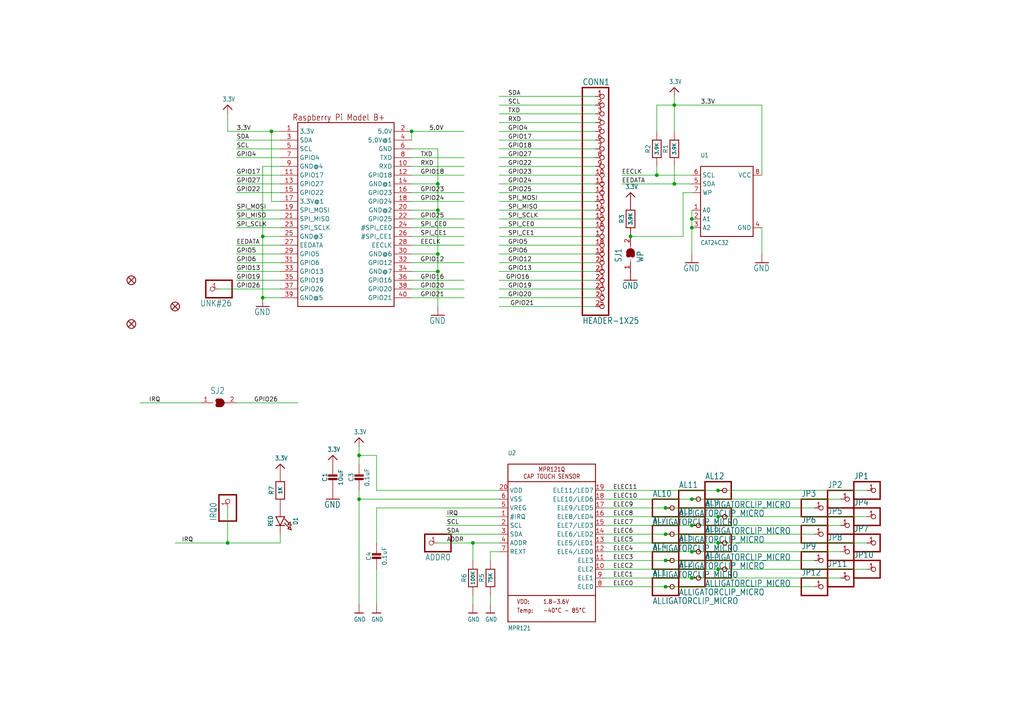
<source format=kicad_sch>
(kicad_sch (version 20230121) (generator eeschema)
  (paper "A4")
  (lib_symbols
    (symbol "working-eagle-import:3.3V" (power)
      (property "Value" "3.3V" (at -1.524 1.016 0))
      (symbol "3.3V_1_0"
        (polyline (pts (xy -1.27 -1.27) (xy 0 0)) (stroke (width 0.254)))
        (polyline (pts (xy 0 0) (xy 1.27 -1.27)) (stroke (width 0.254)))
        (pin power_in line (at 0 -2.54 90) (length 2.54) (name "3.3V") (number "1"))
      )
    )
    (symbol "working-eagle-import:ALLIGATORCLIP_MICRO"
      (property "Reference" "AL" (at -6.35 3.175 0))
      (symbol "ALLIGATORCLIP_MICRO_1_0"
        (polyline (pts (xy -6.35 -2.54) (xy 1.27 -2.54)) (stroke (width 0.4064)))
        (polyline (pts (xy -6.35 2.54) (xy -6.35 -2.54)) (stroke (width 0.4064)))
        (polyline (pts (xy 1.27 -2.54) (xy 1.27 2.54)) (stroke (width 0.4064)))
        (polyline (pts (xy 1.27 2.54) (xy -6.35 2.54)) (stroke (width 0.4064)))
        (pin passive inverted (at -2.54 0 0) (length 2.54) (name "1") (number "P$1"))
        (pin passive inverted (at -2.54 0 0) (length 2.54) (name "1") (number "P$2"))
      )
    )
    (symbol "working-eagle-import:CAP_CERAMIC0805-NOOUTLINE"
      (property "Reference" "C" (at -2.29 1.25 90))
      (symbol "CAP_CERAMIC0805-NOOUTLINE_1_0"
        (rectangle (start -1.27 0.508) (end 1.27 1.016) (fill (type outline)))
        (rectangle (start -1.27 1.524) (end 1.27 2.032) (fill (type outline)))
        (polyline (pts (xy 0 0.762) (xy 0 0)) (stroke (width 0.1524)))
        (polyline (pts (xy 0 2.54) (xy 0 1.778)) (stroke (width 0.1524)))
        (pin passive line (at 0 5.08 270) (length 2.54) (name "1") (number "1"))
        (pin passive line (at 0 -2.54 90) (length 2.54) (name "2") (number "2"))
      )
    )
    (symbol "working-eagle-import:EEPROM_I2C_SOIC8_GENERIC"
      (property "Reference" "U" (at -7.62 12.7 0))
      (symbol "EEPROM_I2C_SOIC8_GENERIC_1_0"
        (polyline (pts (xy -7.62 -10.16) (xy -7.62 10.16)) (stroke (width 0.254)))
        (polyline (pts (xy -7.62 10.16) (xy 7.62 10.16)) (stroke (width 0.254)))
        (polyline (pts (xy 7.62 -10.16) (xy -7.62 -10.16)) (stroke (width 0.254)))
        (polyline (pts (xy 7.62 10.16) (xy 7.62 -10.16)) (stroke (width 0.254)))
        (pin input line (at -10.16 -2.54 0) (length 2.54) (name "A0") (number "1"))
        (pin input line (at -10.16 -5.08 0) (length 2.54) (name "A1") (number "2"))
        (pin input line (at -10.16 -7.62 0) (length 2.54) (name "A2") (number "3"))
        (pin power_in line (at 10.16 -7.62 180) (length 2.54) (name "GND") (number "4"))
        (pin bidirectional line (at -10.16 5.08 0) (length 2.54) (name "SDA") (number "5"))
        (pin input line (at -10.16 7.62 0) (length 2.54) (name "SCL") (number "6"))
        (pin input line (at -10.16 2.54 0) (length 2.54) (name "WP") (number "7"))
        (pin power_in line (at 10.16 7.62 180) (length 2.54) (name "VCC") (number "8"))
      )
    )
    (symbol "working-eagle-import:FIDUCIAL{dblquote}{dblquote}"
      (symbol "FIDUCIAL{dblquote}{dblquote}_1_0"
        (polyline (pts (xy -0.762 0.762) (xy 0.762 -0.762)) (stroke (width 0.254)))
        (polyline (pts (xy 0.762 0.762) (xy -0.762 -0.762)) (stroke (width 0.254)))
        (circle (center 0 0) (radius 1.27) (stroke (width 0.254)))
      )
    )
    (symbol "working-eagle-import:GND" (power)
      (property "Value" "GND" (at -1.524 -2.54 0))
      (symbol "GND_1_0"
        (polyline (pts (xy -1.27 0) (xy 1.27 0)) (stroke (width 0.254)))
        (pin power_in line (at 0 2.54 270) (length 2.54) (name "GND") (number "1"))
      )
    )
    (symbol "working-eagle-import:HEADER-1X1ROUND"
      (property "Reference" "JP" (at -6.35 3.175 0))
      (symbol "HEADER-1X1ROUND_1_0"
        (polyline (pts (xy -6.35 -2.54) (xy 1.27 -2.54)) (stroke (width 0.4064)))
        (polyline (pts (xy -6.35 2.54) (xy -6.35 -2.54)) (stroke (width 0.4064)))
        (polyline (pts (xy 1.27 -2.54) (xy 1.27 2.54)) (stroke (width 0.4064)))
        (polyline (pts (xy 1.27 2.54) (xy -6.35 2.54)) (stroke (width 0.4064)))
        (pin passive inverted (at -2.54 0 0) (length 2.54) (name "1") (number "1"))
      )
    )
    (symbol "working-eagle-import:HEADER-1X25"
      (property "Reference" "CONN" (at -3.81 33.655 0))
      (symbol "HEADER-1X25_1_0"
        (polyline (pts (xy -3.81 -33.02) (xy 3.81 -33.02)) (stroke (width 0.4064)))
        (polyline (pts (xy -3.81 33.02) (xy -3.81 -33.02)) (stroke (width 0.4064)))
        (polyline (pts (xy 3.81 -33.02) (xy 3.81 33.02)) (stroke (width 0.4064)))
        (polyline (pts (xy 3.81 33.02) (xy -3.81 33.02)) (stroke (width 0.4064)))
        (pin passive inverted (at 0 30.48 0) (length 2.54) (name "1") (number "1"))
        (pin passive inverted (at 0 7.62 0) (length 2.54) (name "10") (number "10"))
        (pin passive inverted (at 0 5.08 0) (length 2.54) (name "11") (number "11"))
        (pin passive inverted (at 0 2.54 0) (length 2.54) (name "12") (number "12"))
        (pin passive inverted (at 0 0 0) (length 2.54) (name "13") (number "13"))
        (pin passive inverted (at 0 -2.54 0) (length 2.54) (name "14") (number "14"))
        (pin passive inverted (at 0 -5.08 0) (length 2.54) (name "15") (number "15"))
        (pin passive inverted (at 0 -7.62 0) (length 2.54) (name "16") (number "16"))
        (pin passive inverted (at 0 -10.16 0) (length 2.54) (name "17") (number "17"))
        (pin passive inverted (at 0 -12.7 0) (length 2.54) (name "18") (number "18"))
        (pin passive inverted (at 0 -15.24 0) (length 2.54) (name "19") (number "19"))
        (pin passive inverted (at 0 27.94 0) (length 2.54) (name "2") (number "2"))
        (pin passive inverted (at 0 -17.78 0) (length 2.54) (name "20") (number "20"))
        (pin passive inverted (at 0 -20.32 0) (length 2.54) (name "21") (number "21"))
        (pin passive inverted (at 0 -22.86 0) (length 2.54) (name "22") (number "22"))
        (pin passive inverted (at 0 -25.4 0) (length 2.54) (name "23") (number "23"))
        (pin passive inverted (at 0 -27.94 0) (length 2.54) (name "24") (number "24"))
        (pin passive inverted (at 0 -30.48 0) (length 2.54) (name "25") (number "25"))
        (pin passive inverted (at 0 25.4 0) (length 2.54) (name "3") (number "3"))
        (pin passive inverted (at 0 22.86 0) (length 2.54) (name "4") (number "4"))
        (pin passive inverted (at 0 20.32 0) (length 2.54) (name "5") (number "5"))
        (pin passive inverted (at 0 17.78 0) (length 2.54) (name "6") (number "6"))
        (pin passive inverted (at 0 15.24 0) (length 2.54) (name "7") (number "7"))
        (pin passive inverted (at 0 12.7 0) (length 2.54) (name "8") (number "8"))
        (pin passive inverted (at 0 10.16 0) (length 2.54) (name "9") (number "9"))
      )
    )
    (symbol "working-eagle-import:LED0805_NOOUTLINE"
      (property "Reference" "D" (at -1.27 4.445 0))
      (symbol "LED0805_NOOUTLINE_1_0"
        (polyline (pts (xy -2.54 -1.27) (xy 0 0)) (stroke (width 0.254)))
        (polyline (pts (xy -2.54 1.27) (xy -2.54 -1.27)) (stroke (width 0.254)))
        (polyline (pts (xy -1.905 1.27) (xy -0.635 2.54)) (stroke (width 0.254)))
        (polyline (pts (xy -0.9525 2.8575) (xy -0.3175 2.2225)) (stroke (width 0.254)))
        (polyline (pts (xy -0.635 1.27) (xy 0.635 2.54)) (stroke (width 0.254)))
        (polyline (pts (xy -0.3175 2.2225) (xy 0 3.175)) (stroke (width 0.254)))
        (polyline (pts (xy 0 0) (xy -2.54 1.27)) (stroke (width 0.254)))
        (polyline (pts (xy 0 0) (xy 0 -1.27)) (stroke (width 0.254)))
        (polyline (pts (xy 0 1.27) (xy 0 0)) (stroke (width 0.254)))
        (polyline (pts (xy 0 3.175) (xy -0.9525 2.8575)) (stroke (width 0.254)))
        (polyline (pts (xy 0.3175 2.8575) (xy 0.9525 2.2225)) (stroke (width 0.254)))
        (polyline (pts (xy 0.9525 2.2225) (xy 1.27 3.175)) (stroke (width 0.254)))
        (polyline (pts (xy 1.27 3.175) (xy 0.3175 2.8575)) (stroke (width 0.254)))
        (pin passive line (at -5.08 0 0) (length 2.54) (name "A") (number "A"))
        (pin passive line (at 2.54 0 180) (length 2.54) (name "C") (number "C"))
      )
    )
    (symbol "working-eagle-import:MPR121Q"
      (property "Reference" "U" (at -12.7 22.86 0))
      (symbol "MPR121Q_1_0"
        (polyline (pts (xy -12.7 -25.4) (xy 12.7 -25.4)) (stroke (width 0.254)))
        (polyline (pts (xy -12.7 -17.78) (xy -12.7 -25.4)) (stroke (width 0.254)))
        (polyline (pts (xy -12.7 -17.78) (xy -12.7 15.24)) (stroke (width 0.254)))
        (polyline (pts (xy -12.7 15.24) (xy -12.7 20.32)) (stroke (width 0.254)))
        (polyline (pts (xy -12.7 15.24) (xy 12.7 15.24)) (stroke (width 0.254)))
        (polyline (pts (xy -12.7 20.32) (xy 12.7 20.32)) (stroke (width 0.254)))
        (polyline (pts (xy 12.7 -25.4) (xy 12.7 -17.78)) (stroke (width 0.254)))
        (polyline (pts (xy 12.7 -17.78) (xy -12.7 -17.78)) (stroke (width 0.254)))
        (polyline (pts (xy 12.7 15.24) (xy 12.7 -17.78)) (stroke (width 0.254)))
        (polyline (pts (xy 12.7 20.32) (xy 12.7 15.24)) (stroke (width 0.254)))
        (text "-40°C - 85°C" (at -2.54 -22.86 0) (effects (font (size 1.27 1.0795)) (justify left bottom)))
        (text "1.8-3.6V" (at -2.54 -20.32 0) (effects (font (size 1.27 1.0795)) (justify left bottom)))
        (text "MPR121Q\nCAP TOUCH SENSOR" (at 0 17.78 0) (effects (font (size 1.27 1.0795))))
        (text "Temp:" (at -10.16 -22.86 0) (effects (font (size 1.27 1.0795)) (justify left bottom)))
        (text "VDD:" (at -10.16 -20.32 0) (effects (font (size 1.27 1.0795)) (justify left bottom)))
        (pin bidirectional line (at -15.24 5.08 0) (length 2.54) (name "#IRQ") (number "1"))
        (pin bidirectional line (at 15.24 -10.16 180) (length 2.54) (name "ELE2") (number "10"))
        (pin bidirectional line (at 15.24 -7.62 180) (length 2.54) (name "ELE3") (number "11"))
        (pin bidirectional line (at 15.24 -5.08 180) (length 2.54) (name "ELE4/LED0") (number "12"))
        (pin bidirectional line (at 15.24 -2.54 180) (length 2.54) (name "ELE5/LED1") (number "13"))
        (pin bidirectional line (at 15.24 0 180) (length 2.54) (name "ELE6/LED2") (number "14"))
        (pin bidirectional line (at 15.24 2.54 180) (length 2.54) (name "ELE7/LED3") (number "15"))
        (pin bidirectional line (at 15.24 5.08 180) (length 2.54) (name "ELE8/LED4") (number "16"))
        (pin bidirectional line (at 15.24 7.62 180) (length 2.54) (name "ELE9/LED5") (number "17"))
        (pin bidirectional line (at 15.24 10.16 180) (length 2.54) (name "ELE10/LED6") (number "18"))
        (pin bidirectional line (at 15.24 12.7 180) (length 2.54) (name "ELE11/LED7") (number "19"))
        (pin bidirectional line (at -15.24 2.54 0) (length 2.54) (name "SCL") (number "2"))
        (pin power_in line (at -15.24 12.7 0) (length 2.54) (name "VDD") (number "20"))
        (pin bidirectional line (at -15.24 0 0) (length 2.54) (name "SDA") (number "3"))
        (pin bidirectional line (at -15.24 -2.54 0) (length 2.54) (name "ADDR") (number "4"))
        (pin bidirectional line (at -15.24 7.62 0) (length 2.54) (name "VREG") (number "5"))
        (pin power_in line (at -15.24 10.16 0) (length 2.54) (name "VSS") (number "6"))
        (pin bidirectional line (at -15.24 -5.08 0) (length 2.54) (name "REXT") (number "7"))
        (pin bidirectional line (at 15.24 -15.24 180) (length 2.54) (name "ELE0") (number "8"))
        (pin bidirectional line (at 15.24 -12.7 180) (length 2.54) (name "ELE1") (number "9"))
      )
    )
    (symbol "working-eagle-import:RASPBERRYPI_BPLUS_HATSLOTS"
      (symbol "RASPBERRYPI_BPLUS_HATSLOTS_1_0"
        (polyline (pts (xy -12.7 -30.48) (xy -12.7 22.86)) (stroke (width 0.254)))
        (polyline (pts (xy -12.7 22.86) (xy 15.24 22.86)) (stroke (width 0.254)))
        (polyline (pts (xy 15.24 -30.48) (xy -12.7 -30.48)) (stroke (width 0.254)))
        (polyline (pts (xy 15.24 22.86) (xy 15.24 -30.48)) (stroke (width 0.254)))
        (text "Raspberry Pi Model B+" (at 12.7 25.4 0) (effects (font (size 1.778 1.5113)) (justify right top)))
        (pin power_in line (at -17.78 20.32 0) (length 5.08) (name "3.3V") (number "1"))
        (pin bidirectional line (at 20.32 10.16 180) (length 5.08) (name "RXD") (number "10"))
        (pin bidirectional line (at -17.78 7.62 0) (length 5.08) (name "GPIO17") (number "11"))
        (pin bidirectional line (at 20.32 7.62 180) (length 5.08) (name "GPIO18") (number "12"))
        (pin bidirectional line (at -17.78 5.08 0) (length 5.08) (name "GPIO27") (number "13"))
        (pin power_in line (at 20.32 5.08 180) (length 5.08) (name "GND@1") (number "14"))
        (pin bidirectional line (at -17.78 2.54 0) (length 5.08) (name "GPIO22") (number "15"))
        (pin bidirectional line (at 20.32 2.54 180) (length 5.08) (name "GPIO23") (number "16"))
        (pin power_in line (at -17.78 0 0) (length 5.08) (name "3.3V@1") (number "17"))
        (pin bidirectional line (at 20.32 0 180) (length 5.08) (name "GPIO24") (number "18"))
        (pin bidirectional line (at -17.78 -2.54 0) (length 5.08) (name "SPI_MOSI") (number "19"))
        (pin power_in line (at 20.32 20.32 180) (length 5.08) (name "5.0V") (number "2"))
        (pin power_in line (at 20.32 -2.54 180) (length 5.08) (name "GND@2") (number "20"))
        (pin bidirectional line (at -17.78 -5.08 0) (length 5.08) (name "SPI_MISO") (number "21"))
        (pin bidirectional line (at 20.32 -5.08 180) (length 5.08) (name "GPIO25") (number "22"))
        (pin bidirectional line (at -17.78 -7.62 0) (length 5.08) (name "SPI_SCLK") (number "23"))
        (pin bidirectional line (at 20.32 -7.62 180) (length 5.08) (name "#SPI_CE0") (number "24"))
        (pin power_in line (at -17.78 -10.16 0) (length 5.08) (name "GND@3") (number "25"))
        (pin bidirectional line (at 20.32 -10.16 180) (length 5.08) (name "#SPI_CE1") (number "26"))
        (pin bidirectional line (at -17.78 -12.7 0) (length 5.08) (name "EEDATA") (number "27"))
        (pin power_in line (at 20.32 -12.7 180) (length 5.08) (name "EECLK") (number "28"))
        (pin bidirectional line (at -17.78 -15.24 0) (length 5.08) (name "GPIO5") (number "29"))
        (pin bidirectional line (at -17.78 17.78 0) (length 5.08) (name "SDA") (number "3"))
        (pin bidirectional line (at 20.32 -15.24 180) (length 5.08) (name "GND@6") (number "30"))
        (pin power_in line (at -17.78 -17.78 0) (length 5.08) (name "GPIO6") (number "31"))
        (pin bidirectional line (at 20.32 -17.78 180) (length 5.08) (name "GPIO12") (number "32"))
        (pin bidirectional line (at -17.78 -20.32 0) (length 5.08) (name "GPIO13") (number "33"))
        (pin bidirectional line (at 20.32 -20.32 180) (length 5.08) (name "GND@7") (number "34"))
        (pin bidirectional line (at -17.78 -22.86 0) (length 5.08) (name "GPIO19") (number "35"))
        (pin power_in line (at 20.32 -22.86 180) (length 5.08) (name "GPIO16") (number "36"))
        (pin bidirectional line (at -17.78 -25.4 0) (length 5.08) (name "GPIO26") (number "37"))
        (pin bidirectional line (at 20.32 -25.4 180) (length 5.08) (name "GPIO20") (number "38"))
        (pin power_in line (at -17.78 -27.94 0) (length 5.08) (name "GND@5") (number "39"))
        (pin power_in line (at 20.32 17.78 180) (length 5.08) (name "5.0V@1") (number "4"))
        (pin bidirectional line (at 20.32 -27.94 180) (length 5.08) (name "GPIO21") (number "40"))
        (pin bidirectional line (at -17.78 15.24 0) (length 5.08) (name "SCL") (number "5"))
        (pin power_in line (at 20.32 15.24 180) (length 5.08) (name "GND") (number "6"))
        (pin bidirectional line (at -17.78 12.7 0) (length 5.08) (name "GPIO4") (number "7"))
        (pin output line (at 20.32 12.7 180) (length 5.08) (name "TXD") (number "8"))
        (pin power_in line (at -17.78 10.16 0) (length 5.08) (name "GND@4") (number "9"))
      )
    )
    (symbol "working-eagle-import:RESISTOR0805_NOOUTLINE"
      (property "Reference" "R" (at 0 2.54 0))
      (symbol "RESISTOR0805_NOOUTLINE_1_0"
        (polyline (pts (xy -2.54 -1.27) (xy -2.54 1.27)) (stroke (width 0.254)))
        (polyline (pts (xy -2.54 1.27) (xy 2.54 1.27)) (stroke (width 0.254)))
        (polyline (pts (xy 2.54 -1.27) (xy -2.54 -1.27)) (stroke (width 0.254)))
        (polyline (pts (xy 2.54 1.27) (xy 2.54 -1.27)) (stroke (width 0.254)))
        (pin passive line (at -5.08 0 0) (length 2.54) (name "1") (number "1"))
        (pin passive line (at 5.08 0 180) (length 2.54) (name "2") (number "2"))
      )
    )
    (symbol "working-eagle-import:SOLDERJUMPER_CLOSED"
      (property "Reference" "SJ" (at -2.54 2.54 0))
      (symbol "SOLDERJUMPER_CLOSED_1_0"
        (arc (start -0.381 -0.635) (mid 0.2541 -0.0001) (end -0.3808 0.635) (stroke (width 1.27)))
        (polyline (pts (xy -2.54 0) (xy -1.651 0)) (stroke (width 0.1524)))
        (polyline (pts (xy -0.635 0) (xy 0.635 0)) (stroke (width 0.4064)))
        (polyline (pts (xy 2.54 0) (xy 1.651 0)) (stroke (width 0.1524)))
        (arc (start 0.3808 -0.635) (mid 1.0132 -0.0001) (end 0.381 0.635) (stroke (width 1.27)))
        (pin passive line (at -5.08 0 0) (length 2.54) (name "1") (number "1"))
        (pin passive line (at 5.08 0 180) (length 2.54) (name "2") (number "2"))
      )
    )
    (symbol "working-eagle-import:supply1_GND" (power)
      (property "Value" "supply1_GND" (at -2.54 -2.54 0))
      (symbol "supply1_GND_1_0"
        (polyline (pts (xy -1.905 0) (xy 1.905 0)) (stroke (width 0.254)))
        (pin power_in line (at 0 2.54 270) (length 2.54) (name "GND") (number "1"))
      )
    )
  )
  (junction (at 208.28 142.24))
  (junction (at 208.28 149.86))
  (junction (at 195.58 53.34))
  (junction (at 208.28 157.48))
  (junction (at 76.2 86.36))
  (junction (at 200.66 66.04))
  (junction (at 104.14 132.08))
  (junction (at 127 60.96))
  (junction (at 190.5 50.8))
  (junction (at 78.74 38.1))
  (junction (at 119.38 38.1))
  (junction (at 127 73.66))
  (junction (at 127 78.74))
  (junction (at 76.2 68.58))
  (junction (at 182.88 68.58))
  (junction (at 208.28 165.1))
  (junction (at 193.04 162.56))
  (junction (at 200.66 160.02))
  (junction (at 200.66 152.4))
  (junction (at 193.04 154.94))
  (junction (at 200.66 144.78))
  (junction (at 137.16 157.48))
  (junction (at 104.14 144.78))
  (junction (at 200.66 63.5))
  (junction (at 66.04 157.48))
  (junction (at 193.04 147.32))
  (junction (at 200.66 167.64))
  (junction (at 127 53.34))
  (junction (at 193.04 170.18))
  (junction (at 195.58 30.48))
  (wire (pts (xy 144.78 160.02) (xy 142.24 160.02)) (stroke (width 0.1524)))
  (wire (pts (xy 220.98 66.04) (xy 220.98 73.66)) (stroke (width 0.1524)))
  (wire (pts (xy 172.72 45.72) (xy 144.78 45.72)) (stroke (width 0.1524)))
  (wire (pts (xy 68.58 76.2) (xy 81.28 76.2)) (stroke (width 0.1524)))
  (wire (pts (xy 175.26 167.64) (xy 200.66 167.64)) (stroke (width 0.1524)))
  (wire (pts (xy 119.38 53.34) (xy 127 53.34)) (stroke (width 0.1524)))
  (wire (pts (xy 68.58 73.66) (xy 81.28 73.66)) (stroke (width 0.1524)))
  (wire (pts (xy 195.58 53.34) (xy 200.66 53.34)) (stroke (width 0.1524)))
  (wire (pts (xy 134.62 48.26) (xy 119.38 48.26)) (stroke (width 0.1524)))
  (wire (pts (xy 68.58 78.74) (xy 81.28 78.74)) (stroke (width 0.1524)))
  (wire (pts (xy 200.66 60.96) (xy 200.66 63.5)) (stroke (width 0.1524)))
  (wire (pts (xy 81.28 40.64) (xy 68.58 40.64)) (stroke (width 0.1524)))
  (wire (pts (xy 119.38 55.88) (xy 134.62 55.88)) (stroke (width 0.1524)))
  (wire (pts (xy 208.28 142.24) (xy 251.46 142.24)) (stroke (width 0.1524)))
  (wire (pts (xy 175.26 144.78) (xy 200.66 144.78)) (stroke (width 0.1524)))
  (wire (pts (xy 119.38 66.04) (xy 134.62 66.04)) (stroke (width 0.1524)))
  (wire (pts (xy 63.5 83.82) (xy 81.28 83.82)) (stroke (width 0.1524)))
  (wire (pts (xy 193.04 170.18) (xy 236.22 170.18)) (stroke (width 0.1524)))
  (wire (pts (xy 172.72 50.8) (xy 144.78 50.8)) (stroke (width 0.1524)))
  (wire (pts (xy 144.78 157.48) (xy 137.16 157.48)) (stroke (width 0.1524)))
  (wire (pts (xy 175.26 165.1) (xy 208.28 165.1)) (stroke (width 0.1524)))
  (wire (pts (xy 200.66 152.4) (xy 243.84 152.4)) (stroke (width 0.1524)))
  (wire (pts (xy 78.74 58.42) (xy 78.74 38.1)) (stroke (width 0.1524)))
  (wire (pts (xy 119.38 71.12) (xy 134.62 71.12)) (stroke (width 0.1524)))
  (wire (pts (xy 175.26 160.02) (xy 200.66 160.02)) (stroke (width 0.1524)))
  (wire (pts (xy 251.46 149.86) (xy 208.28 149.86)) (stroke (width 0.1524)))
  (wire (pts (xy 137.16 172.72) (xy 137.16 175.26)) (stroke (width 0.1524)))
  (wire (pts (xy 172.72 66.04) (xy 144.78 66.04)) (stroke (width 0.1524)))
  (wire (pts (xy 104.14 132.08) (xy 104.14 129.54)) (stroke (width 0.1524)))
  (wire (pts (xy 119.38 38.1) (xy 134.62 38.1)) (stroke (width 0.1524)))
  (wire (pts (xy 81.28 86.36) (xy 76.2 86.36)) (stroke (width 0.1524)))
  (wire (pts (xy 195.58 30.48) (xy 190.5 30.48)) (stroke (width 0.1524)))
  (wire (pts (xy 172.72 60.96) (xy 144.78 60.96)) (stroke (width 0.1524)))
  (wire (pts (xy 119.38 63.5) (xy 134.62 63.5)) (stroke (width 0.1524)))
  (wire (pts (xy 144.78 40.64) (xy 172.72 40.64)) (stroke (width 0.1524)))
  (wire (pts (xy 220.98 50.8) (xy 220.98 30.48)) (stroke (width 0.1524)))
  (wire (pts (xy 119.38 83.82) (xy 134.62 83.82)) (stroke (width 0.1524)))
  (wire (pts (xy 68.58 81.28) (xy 81.28 81.28)) (stroke (width 0.1524)))
  (wire (pts (xy 109.22 165.1) (xy 109.22 175.26)) (stroke (width 0.1524)))
  (wire (pts (xy 144.78 152.4) (xy 129.54 152.4)) (stroke (width 0.1524)))
  (wire (pts (xy 109.22 142.24) (xy 109.22 132.08)) (stroke (width 0.1524)))
  (wire (pts (xy 198.12 55.88) (xy 200.66 55.88)) (stroke (width 0.1524)))
  (wire (pts (xy 76.2 48.26) (xy 81.28 48.26)) (stroke (width 0.1524)))
  (wire (pts (xy 200.66 50.8) (xy 190.5 50.8)) (stroke (width 0.1524)))
  (wire (pts (xy 127 73.66) (xy 127 78.74)) (stroke (width 0.1524)))
  (wire (pts (xy 200.66 66.04) (xy 200.66 73.66)) (stroke (width 0.1524)))
  (wire (pts (xy 142.24 172.72) (xy 142.24 175.26)) (stroke (width 0.1524)))
  (wire (pts (xy 119.38 40.64) (xy 119.38 38.1)) (stroke (width 0.1524)))
  (wire (pts (xy 119.38 43.18) (xy 127 43.18)) (stroke (width 0.1524)))
  (wire (pts (xy 81.28 50.8) (xy 68.58 50.8)) (stroke (width 0.1524)))
  (wire (pts (xy 119.38 60.96) (xy 127 60.96)) (stroke (width 0.1524)))
  (wire (pts (xy 81.28 157.48) (xy 81.28 154.94)) (stroke (width 0.1524)))
  (wire (pts (xy 175.26 142.24) (xy 208.28 142.24)) (stroke (width 0.1524)))
  (wire (pts (xy 81.28 71.12) (xy 68.58 71.12)) (stroke (width 0.1524)))
  (wire (pts (xy 81.28 45.72) (xy 68.58 45.72)) (stroke (width 0.1524)))
  (wire (pts (xy 78.74 58.42) (xy 81.28 58.42)) (stroke (width 0.1524)))
  (wire (pts (xy 142.24 160.02) (xy 142.24 162.56)) (stroke (width 0.1524)))
  (wire (pts (xy 195.58 38.1) (xy 195.58 30.48)) (stroke (width 0.1524)))
  (wire (pts (xy 144.78 142.24) (xy 109.22 142.24)) (stroke (width 0.1524)))
  (wire (pts (xy 119.38 45.72) (xy 134.62 45.72)) (stroke (width 0.1524)))
  (wire (pts (xy 119.38 58.42) (xy 134.62 58.42)) (stroke (width 0.1524)))
  (wire (pts (xy 144.78 147.32) (xy 109.22 147.32)) (stroke (width 0.1524)))
  (wire (pts (xy 66.04 157.48) (xy 50.8 157.48)) (stroke (width 0.1524)))
  (wire (pts (xy 109.22 132.08) (xy 104.14 132.08)) (stroke (width 0.1524)))
  (wire (pts (xy 81.28 55.88) (xy 68.58 55.88)) (stroke (width 0.1524)))
  (wire (pts (xy 104.14 142.24) (xy 104.14 144.78)) (stroke (width 0.1524)))
  (wire (pts (xy 175.26 149.86) (xy 208.28 149.86)) (stroke (width 0.1524)))
  (wire (pts (xy 76.2 68.58) (xy 81.28 68.58)) (stroke (width 0.1524)))
  (wire (pts (xy 127 78.74) (xy 127 88.9)) (stroke (width 0.1524)))
  (wire (pts (xy 81.28 38.1) (xy 78.74 38.1)) (stroke (width 0.1524)))
  (wire (pts (xy 175.26 170.18) (xy 193.04 170.18)) (stroke (width 0.1524)))
  (wire (pts (xy 104.14 144.78) (xy 104.14 175.26)) (stroke (width 0.1524)))
  (wire (pts (xy 172.72 76.2) (xy 144.78 76.2)) (stroke (width 0.1524)))
  (wire (pts (xy 172.72 55.88) (xy 144.78 55.88)) (stroke (width 0.1524)))
  (wire (pts (xy 182.88 68.58) (xy 198.12 68.58)) (stroke (width 0.1524)))
  (wire (pts (xy 119.38 73.66) (xy 127 73.66)) (stroke (width 0.1524)))
  (wire (pts (xy 144.78 149.86) (xy 129.54 149.86)) (stroke (width 0.1524)))
  (wire (pts (xy 220.98 30.48) (xy 195.58 30.48)) (stroke (width 0.1524)))
  (wire (pts (xy 144.78 58.42) (xy 172.72 58.42)) (stroke (width 0.1524)))
  (wire (pts (xy 68.58 53.34) (xy 81.28 53.34)) (stroke (width 0.1524)))
  (wire (pts (xy 119.38 68.58) (xy 134.62 68.58)) (stroke (width 0.1524)))
  (wire (pts (xy 144.78 43.18) (xy 172.72 43.18)) (stroke (width 0.1524)))
  (wire (pts (xy 193.04 147.32) (xy 236.22 147.32)) (stroke (width 0.1524)))
  (wire (pts (xy 144.78 30.48) (xy 172.72 30.48)) (stroke (width 0.1524)))
  (wire (pts (xy 119.38 81.28) (xy 134.62 81.28)) (stroke (width 0.1524)))
  (wire (pts (xy 175.26 157.48) (xy 208.28 157.48)) (stroke (width 0.1524)))
  (wire (pts (xy 119.38 50.8) (xy 134.62 50.8)) (stroke (width 0.1524)))
  (wire (pts (xy 144.78 63.5) (xy 172.72 63.5)) (stroke (width 0.1524)))
  (wire (pts (xy 119.38 78.74) (xy 127 78.74)) (stroke (width 0.1524)))
  (wire (pts (xy 208.28 157.48) (xy 251.46 157.48)) (stroke (width 0.1524)))
  (wire (pts (xy 119.38 86.36) (xy 134.62 86.36)) (stroke (width 0.1524)))
  (wire (pts (xy 172.72 71.12) (xy 144.78 71.12)) (stroke (width 0.1524)))
  (wire (pts (xy 236.22 154.94) (xy 193.04 154.94)) (stroke (width 0.1524)))
  (wire (pts (xy 243.84 167.64) (xy 200.66 167.64)) (stroke (width 0.1524)))
  (wire (pts (xy 144.78 73.66) (xy 172.72 73.66)) (stroke (width 0.1524)))
  (wire (pts (xy 144.78 48.26) (xy 172.72 48.26)) (stroke (width 0.1524)))
  (wire (pts (xy 195.58 27.94) (xy 195.58 30.48)) (stroke (width 0.1524)))
  (wire (pts (xy 144.78 88.9) (xy 172.72 88.9)) (stroke (width 0.1524)))
  (wire (pts (xy 195.58 48.26) (xy 195.58 53.34)) (stroke (width 0.1524)))
  (wire (pts (xy 175.26 152.4) (xy 200.66 152.4)) (stroke (width 0.1524)))
  (wire (pts (xy 144.78 78.74) (xy 172.72 78.74)) (stroke (width 0.1524)))
  (wire (pts (xy 66.04 147.32) (xy 66.04 157.48)) (stroke (width 0.1524)))
  (wire (pts (xy 190.5 30.48) (xy 190.5 38.1)) (stroke (width 0.1524)))
  (wire (pts (xy 68.58 63.5) (xy 81.28 63.5)) (stroke (width 0.1524)))
  (wire (pts (xy 137.16 157.48) (xy 137.16 162.56)) (stroke (width 0.1524)))
  (wire (pts (xy 144.78 68.58) (xy 172.72 68.58)) (stroke (width 0.1524)))
  (wire (pts (xy 172.72 38.1) (xy 144.78 38.1)) (stroke (width 0.1524)))
  (wire (pts (xy 76.2 68.58) (xy 76.2 86.36)) (stroke (width 0.1524)))
  (wire (pts (xy 243.84 160.02) (xy 200.66 160.02)) (stroke (width 0.1524)))
  (wire (pts (xy 243.84 144.78) (xy 200.66 144.78)) (stroke (width 0.1524)))
  (wire (pts (xy 127 43.18) (xy 127 53.34)) (stroke (width 0.1524)))
  (wire (pts (xy 68.58 116.84) (xy 86.36 116.84)) (stroke (width 0.1524)))
  (wire (pts (xy 175.26 147.32) (xy 193.04 147.32)) (stroke (width 0.1524)))
  (wire (pts (xy 175.26 154.94) (xy 193.04 154.94)) (stroke (width 0.1524)))
  (wire (pts (xy 208.28 165.1) (xy 251.46 165.1)) (stroke (width 0.1524)))
  (wire (pts (xy 144.78 35.56) (xy 172.72 35.56)) (stroke (width 0.1524)))
  (wire (pts (xy 68.58 60.96) (xy 81.28 60.96)) (stroke (width 0.1524)))
  (wire (pts (xy 180.34 53.34) (xy 195.58 53.34)) (stroke (width 0.1524)))
  (wire (pts (xy 144.78 53.34) (xy 172.72 53.34)) (stroke (width 0.1524)))
  (wire (pts (xy 127 53.34) (xy 127 60.96)) (stroke (width 0.1524)))
  (wire (pts (xy 144.78 83.82) (xy 172.72 83.82)) (stroke (width 0.1524)))
  (wire (pts (xy 198.12 68.58) (xy 198.12 55.88)) (stroke (width 0.1524)))
  (wire (pts (xy 76.2 68.58) (xy 76.2 48.26)) (stroke (width 0.1524)))
  (wire (pts (xy 172.72 27.94) (xy 144.78 27.94)) (stroke (width 0.1524)))
  (wire (pts (xy 172.72 86.36) (xy 144.78 86.36)) (stroke (width 0.1524)))
  (wire (pts (xy 175.26 162.56) (xy 193.04 162.56)) (stroke (width 0.1524)))
  (wire (pts (xy 172.72 33.02) (xy 144.78 33.02)) (stroke (width 0.1524)))
  (wire (pts (xy 236.22 162.56) (xy 193.04 162.56)) (stroke (width 0.1524)))
  (wire (pts (xy 172.72 81.28) (xy 144.78 81.28)) (stroke (width 0.1524)))
  (wire (pts (xy 119.38 76.2) (xy 134.62 76.2)) (stroke (width 0.1524)))
  (wire (pts (xy 190.5 48.26) (xy 190.5 50.8)) (stroke (width 0.1524)))
  (wire (pts (xy 109.22 147.32) (xy 109.22 157.48)) (stroke (width 0.1524)))
  (wire (pts (xy 127 60.96) (xy 127 73.66)) (stroke (width 0.1524)))
  (wire (pts (xy 68.58 66.04) (xy 81.28 66.04)) (stroke (width 0.1524)))
  (wire (pts (xy 66.04 38.1) (xy 66.04 33.02)) (stroke (width 0.1524)))
  (wire (pts (xy 58.42 116.84) (xy 40.64 116.84)) (stroke (width 0.1524)))
  (wire (pts (xy 78.74 38.1) (xy 66.04 38.1)) (stroke (width 0.1524)))
  (wire (pts (xy 81.28 43.18) (xy 68.58 43.18)) (stroke (width 0.1524)))
  (wire (pts (xy 81.28 157.48) (xy 66.04 157.48)) (stroke (width 0.1524)))
  (wire (pts (xy 144.78 144.78) (xy 104.14 144.78)) (stroke (width 0.1524)))
  (wire (pts (xy 104.14 134.62) (xy 104.14 132.08)) (stroke (width 0.1524)))
  (wire (pts (xy 137.16 157.48) (xy 127 157.48)) (stroke (width 0.1524)))
  (wire (pts (xy 144.78 154.94) (xy 129.54 154.94)) (stroke (width 0.1524)))
  (wire (pts (xy 190.5 50.8) (xy 180.34 50.8)) (stroke (width 0.1524)))
  (wire (pts (xy 200.66 63.5) (xy 200.66 66.04)) (stroke (width 0.1524)))
  (label "SPI_SCLK" (at 147.32 63.5 0) (effects (font (size 1.2446 1.2446))))
  (label "TXD" (at 121.92 45.72 0) (effects (font (size 1.2446 1.2446))))
  (label "GPIO26" (at 73.66 116.84 0) (effects (font (size 1.2446 1.2446))))
  (label "GPIO23" (at 121.92 55.88 0) (effects (font (size 1.2446 1.2446))))
  (label "TXD" (at 147.32 33.02 0) (effects (font (size 1.2446 1.2446))))
  (label "EEDATA" (at 180.34 53.34 0) (effects (font (size 1.2446 1.2446))))
  (label "ELEC8" (at 177.8 149.86 0) (effects (font (size 1.2446 1.2446))))
  (label "GPIO22" (at 68.58 55.88 0) (effects (font (size 1.2446 1.2446))))
  (label "RXD" (at 121.92 48.26 0) (effects (font (size 1.2446 1.2446))))
  (label "SDA" (at 147.32 27.94 0) (effects (font (size 1.2446 1.2446))))
  (label "SPI_CE1" (at 147.32 68.58 0) (effects (font (size 1.2446 1.2446))))
  (label "GPIO27" (at 68.58 53.34 0) (effects (font (size 1.2446 1.2446))))
  (label "GPIO16" (at 146.685 81.28 0) (effects (font (size 1.2446 1.2446))))
  (label "SPI_MOSI" (at 147.32 58.42 0) (effects (font (size 1.2446 1.2446))))
  (label "GPIO22" (at 147.32 48.26 0) (effects (font (size 1.2446 1.2446))))
  (label "3.3V" (at 68.58 38.1 0) (effects (font (size 1.2446 1.2446))))
  (label "GPIO24" (at 121.92 58.42 0) (effects (font (size 1.2446 1.2446))))
  (label "GPIO13" (at 68.58 78.74 0) (effects (font (size 1.2446 1.2446))))
  (label "SDA" (at 129.54 154.94 0) (effects (font (size 1.2446 1.2446))))
  (label "SPI_MISO" (at 68.58 63.5 0) (effects (font (size 1.2446 1.2446))))
  (label "ADDR" (at 129.54 157.48 0) (effects (font (size 1.2446 1.2446))))
  (label "RXD" (at 147.32 35.56 0) (effects (font (size 1.2446 1.2446))))
  (label "GPIO6" (at 147.32 73.66 0) (effects (font (size 1.2446 1.2446))))
  (label "GPIO12" (at 147.32 76.2 0) (effects (font (size 1.2446 1.2446))))
  (label "GPIO13" (at 147.32 78.74 0) (effects (font (size 1.2446 1.2446))))
  (label "GPIO4" (at 68.58 45.72 0) (effects (font (size 1.2446 1.2446))))
  (label "EECLK" (at 180.34 50.8 0) (effects (font (size 1.2446 1.2446))))
  (label "GPIO16" (at 121.92 81.28 0) (effects (font (size 1.2446 1.2446))))
  (label "IRQ" (at 52.705 157.48 0) (effects (font (size 1.2446 1.2446))))
  (label "EECLK" (at 121.92 71.12 0) (effects (font (size 1.2446 1.2446))))
  (label "ELEC6" (at 177.8 154.94 0) (effects (font (size 1.2446 1.2446))))
  (label "SCL" (at 147.32 30.48 0) (effects (font (size 1.2446 1.2446))))
  (label "GPIO21" (at 147.955 88.9 0) (effects (font (size 1.2446 1.2446))))
  (label "GPIO24" (at 147.32 53.34 0) (effects (font (size 1.2446 1.2446))))
  (label "ELEC5" (at 177.8 157.48 0) (effects (font (size 1.2446 1.2446))))
  (label "SPI_CE0" (at 121.92 66.04 0) (effects (font (size 1.2446 1.2446))))
  (label "GPIO17" (at 147.32 40.64 0) (effects (font (size 1.2446 1.2446))))
  (label "ELEC0" (at 177.8 170.18 0) (effects (font (size 1.2446 1.2446))))
  (label "GPIO17" (at 68.58 50.8 0) (effects (font (size 1.2446 1.2446))))
  (label "GPIO20" (at 147.32 86.36 0) (effects (font (size 1.2446 1.2446))))
  (label "GPIO4" (at 147.32 38.1 0) (effects (font (size 1.2446 1.2446))))
  (label "ELEC11" (at 177.8 142.24 0) (effects (font (size 1.2446 1.2446))))
  (label "SPI_CE0" (at 147.32 66.04 0) (effects (font (size 1.2446 1.2446))))
  (label "SPI_CE1" (at 121.92 68.58 0) (effects (font (size 1.2446 1.2446))))
  (label "EEDATA" (at 68.58 71.12 0) (effects (font (size 1.2446 1.2446))))
  (label "IRQ" (at 43.18 116.84 0) (effects (font (size 1.2446 1.2446))))
  (label "ELEC9" (at 177.8 147.32 0) (effects (font (size 1.2446 1.2446))))
  (label "IRQ" (at 129.54 149.86 0) (effects (font (size 1.2446 1.2446))))
  (label "GPIO12" (at 121.92 76.2 0) (effects (font (size 1.2446 1.2446))))
  (label "GPIO27" (at 147.32 45.72 0) (effects (font (size 1.2446 1.2446))))
  (label "SPI_MOSI" (at 68.58 60.96 0) (effects (font (size 1.2446 1.2446))))
  (label "GPIO25" (at 147.32 55.88 0) (effects (font (size 1.2446 1.2446))))
  (label "GPIO23" (at 147.32 50.8 0) (effects (font (size 1.2446 1.2446))))
  (label "GPIO19" (at 147.32 83.82 0) (effects (font (size 1.2446 1.2446))))
  (label "GPIO19" (at 68.58 81.28 0) (effects (font (size 1.2446 1.2446))))
  (label "GPIO21" (at 121.92 86.36 0) (effects (font (size 1.2446 1.2446))))
  (label "GPIO18" (at 147.32 43.18 0) (effects (font (size 1.2446 1.2446))))
  (label "SCL" (at 129.54 152.4 0) (effects (font (size 1.2446 1.2446))))
  (label "ELEC3" (at 177.8 162.56 0) (effects (font (size 1.2446 1.2446))))
  (label "ELEC1" (at 177.8 167.64 0) (effects (font (size 1.2446 1.2446))))
  (label "ELEC4" (at 177.8 160.02 0) (effects (font (size 1.2446 1.2446))))
  (label "SDA" (at 68.58 40.64 0) (effects (font (size 1.2446 1.2446))))
  (label "SCL" (at 68.58 43.18 0) (effects (font (size 1.2446 1.2446))))
  (label "GPIO26" (at 68.58 83.82 0) (effects (font (size 1.2446 1.2446))))
  (label "GPIO25" (at 121.92 63.5 0) (effects (font (size 1.2446 1.2446))))
  (label "ELEC7" (at 177.8 152.4 0) (effects (font (size 1.2446 1.2446))))
  (label "SPI_SCLK" (at 68.58 66.04 0) (effects (font (size 1.2446 1.2446))))
  (label "GPIO20" (at 121.92 83.82 0) (effects (font (size 1.2446 1.2446))))
  (label "5.0V" (at 124.46 38.1 0) (effects (font (size 1.2446 1.2446))))
  (label "GPIO18" (at 121.92 50.8 0) (effects (font (size 1.2446 1.2446))))
  (label "3.3V" (at 203.2 30.48 0) (effects (font (size 1.2446 1.2446))))
  (label "GPIO6" (at 68.58 76.2 0) (effects (font (size 1.2446 1.2446))))
  (label "ELEC10" (at 177.8 144.78 0) (effects (font (size 1.2446 1.2446))))
  (label "GPIO5" (at 147.32 71.12 0) (effects (font (size 1.2446 1.2446))))
  (label "ELEC2" (at 177.8 165.1 0) (effects (font (size 1.2446 1.2446))))
  (label "GPIO5" (at 68.58 73.66 0) (effects (font (size 1.2446 1.2446))))
  (label "SPI_MISO" (at 147.32 60.96 0) (effects (font (size 1.2446 1.2446))))
  (symbol (lib_id "working-eagle-import:FIDUCIAL{dblquote}{dblquote}") (at 38.1 81.28 0) (unit 1)
    (property "Reference" "FID1" (effects hide))
    (property "Value" "FIDUCIAL{dblquote}{dblquote}" (effects hide))
    (property "Footprint" "working:FIDUCIAL_1MM" (effects hide))
  )
  (symbol (lib_id "working-eagle-import:HEADER-1X1ROUND") (at 246.38 167.64 0) (unit 1)
    (property "Reference" "JP11" (at 240.03 164.465 0) (effects (font (size 1.778 1.5113)) (justify left bottom)))
    (property "Value" "HEADER-1X1ROUND" (effects hide))
    (property "Footprint" "working:1X01_ROUND" (effects hide))
  )
  (symbol (lib_id "working-eagle-import:SOLDERJUMPER_CLOSED") (at 182.88 73.66 90) (unit 1)
    (property "Reference" "SJ1" (at 180.34 76.2 0) (effects (font (size 1.778 1.5113)) (justify left bottom)))
    (property "Value" "WP" (at 186.69 76.2 0) (effects (font (size 1.778 1.5113)) (justify left bottom)))
    (property "Footprint" "working:SOLDERJUMPER_CLOSEDWIRE" (effects hide))
  )
  (symbol (lib_id "working-eagle-import:CAP_CERAMIC0805-NOOUTLINE") (at 109.22 162.56 0) (unit 1)
    (property "Reference" "C4" (at 106.93 161.31 90))
    (property "Value" "0.1uF" (at 111.52 161.31 90))
    (property "Footprint" "working:0805-NO" (effects hide))
  )
  (symbol (lib_id "working-eagle-import:CAP_CERAMIC0805-NOOUTLINE") (at 104.14 139.7 0) (unit 1)
    (property "Reference" "C3" (at 101.85 138.45 90))
    (property "Value" "0.1uF" (at 106.44 138.45 90))
    (property "Footprint" "working:0805-NO" (effects hide))
  )
  (symbol (lib_id "working-eagle-import:HEADER-1X1ROUND") (at 246.38 152.4 0) (unit 1)
    (property "Reference" "JP5" (at 240.03 149.225 0) (effects (font (size 1.778 1.5113)) (justify left bottom)))
    (property "Value" "HEADER-1X1ROUND" (effects hide))
    (property "Footprint" "working:1X01_ROUND" (effects hide))
  )
  (symbol (lib_id "working-eagle-import:3.3V") (at 195.58 25.4 0) (unit 1)
    (property "Reference" "#U$14" (effects hide))
    (property "Value" "3.3V" (at 194.056 24.384 0) (effects (font (size 1.27 1.0795)) (justify left bottom)))
  )
  (symbol (lib_id "working-eagle-import:supply1_GND") (at 200.66 76.2 0) (unit 1)
    (property "Reference" "#GND3" (effects hide))
    (property "Value" "GND" (at 198.12 78.74 0) (effects (font (size 1.778 1.5113)) (justify left bottom)))
  )
  (symbol (lib_id "working-eagle-import:RASPBERRYPI_BPLUS_HATSLOTS") (at 99.06 58.42 0) (unit 1)
    (property "Reference" "RPI1" (effects hide))
    (property "Value" "RASPBERRYPI_BPLUS_HATSLOTS" (effects hide))
    (property "Footprint" "working:PI_HAT_SLOTS" (effects hide))
  )
  (symbol (lib_id "working-eagle-import:ALLIGATORCLIP_MICRO") (at 203.2 167.64 0) (unit 1)
    (property "Reference" "AL2" (at 196.85 164.465 0) (effects (font (size 1.778 1.5113)) (justify left bottom)))
    (property "Value" "ALLIGATORCLIP_MICRO" (at 196.85 172.72 0) (effects (font (size 1.778 1.5113)) (justify left bottom)))
    (property "Footprint" "working:ALLIGATORCLIP" (effects hide))
  )
  (symbol (lib_id "working-eagle-import:ALLIGATORCLIP_MICRO") (at 195.58 162.56 0) (unit 1)
    (property "Reference" "AL4" (at 189.23 159.385 0) (effects (font (size 1.778 1.5113)) (justify left bottom)))
    (property "Value" "ALLIGATORCLIP_MICRO" (at 189.23 167.64 0) (effects (font (size 1.778 1.5113)) (justify left bottom)))
    (property "Footprint" "working:ALLIGATORCLIP" (effects hide))
  )
  (symbol (lib_id "working-eagle-import:supply1_GND") (at 127 91.44 0) (unit 1)
    (property "Reference" "#GND2" (effects hide))
    (property "Value" "GND" (at 124.46 93.98 0) (effects (font (size 1.778 1.5113)) (justify left bottom)))
  )
  (symbol (lib_id "working-eagle-import:HEADER-1X1ROUND") (at 254 149.86 0) (unit 1)
    (property "Reference" "JP4" (at 247.65 146.685 0) (effects (font (size 1.778 1.5113)) (justify left bottom)))
    (property "Value" "HEADER-1X1ROUND" (effects hide))
    (property "Footprint" "working:1X01_ROUND" (effects hide))
  )
  (symbol (lib_id "working-eagle-import:supply1_GND") (at 96.52 144.78 0) (unit 1)
    (property "Reference" "#GND6" (effects hide))
    (property "Value" "GND" (at 93.98 147.32 0) (effects (font (size 1.778 1.5113)) (justify left bottom)))
  )
  (symbol (lib_id "working-eagle-import:GND") (at 109.22 177.8 0) (unit 1)
    (property "Reference" "#U$3" (effects hide))
    (property "Value" "GND" (at 107.696 180.34 0) (effects (font (size 1.27 1.0795)) (justify left bottom)))
  )
  (symbol (lib_id "working-eagle-import:RESISTOR0805_NOOUTLINE") (at 195.58 43.18 90) (unit 1)
    (property "Reference" "R1" (at 193.04 43.18 0))
    (property "Value" "3.9K" (at 195.58 43.18 0) (effects (font (size 1.016 1.016) bold)))
    (property "Footprint" "working:0805-NO" (effects hide))
  )
  (symbol (lib_id "working-eagle-import:ALLIGATORCLIP_MICRO") (at 210.82 142.24 0) (unit 1)
    (property "Reference" "AL12" (at 204.47 139.065 0) (effects (font (size 1.778 1.5113)) (justify left bottom)))
    (property "Value" "ALLIGATORCLIP_MICRO" (at 204.47 147.32 0) (effects (font (size 1.778 1.5113)) (justify left bottom)))
    (property "Footprint" "working:ALLIGATORCLIP" (effects hide))
  )
  (symbol (lib_id "working-eagle-import:HEADER-1X1ROUND") (at 124.46 157.48 180) (unit 1)
    (property "Reference" "ADDR0" (at 130.81 160.655 0) (effects (font (size 1.778 1.5113)) (justify left bottom)))
    (property "Value" "HEADER-1X1ROUND" (effects hide))
    (property "Footprint" "working:1X01_ROUND" (effects hide))
  )
  (symbol (lib_id "working-eagle-import:ALLIGATORCLIP_MICRO") (at 203.2 144.78 0) (unit 1)
    (property "Reference" "AL11" (at 196.85 141.605 0) (effects (font (size 1.778 1.5113)) (justify left bottom)))
    (property "Value" "ALLIGATORCLIP_MICRO" (at 196.85 149.86 0) (effects (font (size 1.778 1.5113)) (justify left bottom)))
    (property "Footprint" "working:ALLIGATORCLIP" (effects hide))
  )
  (symbol (lib_id "working-eagle-import:GND") (at 142.24 177.8 0) (unit 1)
    (property "Reference" "#U$4" (effects hide))
    (property "Value" "GND" (at 140.716 180.34 0) (effects (font (size 1.27 1.0795)) (justify left bottom)))
  )
  (symbol (lib_id "working-eagle-import:supply1_GND") (at 182.88 81.28 0) (unit 1)
    (property "Reference" "#GND5" (effects hide))
    (property "Value" "GND" (at 180.34 83.82 0) (effects (font (size 1.778 1.5113)) (justify left bottom)))
  )
  (symbol (lib_id "working-eagle-import:ALLIGATORCLIP_MICRO") (at 210.82 157.48 0) (unit 1)
    (property "Reference" "AL6" (at 204.47 154.305 0) (effects (font (size 1.778 1.5113)) (justify left bottom)))
    (property "Value" "ALLIGATORCLIP_MICRO" (at 204.47 162.56 0) (effects (font (size 1.778 1.5113)) (justify left bottom)))
    (property "Footprint" "working:ALLIGATORCLIP" (effects hide))
  )
  (symbol (lib_id "working-eagle-import:HEADER-1X1ROUND") (at 238.76 170.18 0) (unit 1)
    (property "Reference" "JP12" (at 232.41 167.005 0) (effects (font (size 1.778 1.5113)) (justify left bottom)))
    (property "Value" "HEADER-1X1ROUND" (effects hide))
    (property "Footprint" "working:1X01_ROUND" (effects hide))
  )
  (symbol (lib_id "working-eagle-import:ALLIGATORCLIP_MICRO") (at 210.82 149.86 0) (unit 1)
    (property "Reference" "AL9" (at 204.47 146.685 0) (effects (font (size 1.778 1.5113)) (justify left bottom)))
    (property "Value" "ALLIGATORCLIP_MICRO" (at 204.47 154.94 0) (effects (font (size 1.778 1.5113)) (justify left bottom)))
    (property "Footprint" "working:ALLIGATORCLIP" (effects hide))
  )
  (symbol (lib_id "working-eagle-import:ALLIGATORCLIP_MICRO") (at 195.58 154.94 0) (unit 1)
    (property "Reference" "AL7" (at 189.23 151.765 0) (effects (font (size 1.778 1.5113)) (justify left bottom)))
    (property "Value" "ALLIGATORCLIP_MICRO" (at 189.23 160.02 0) (effects (font (size 1.778 1.5113)) (justify left bottom)))
    (property "Footprint" "working:ALLIGATORCLIP" (effects hide))
  )
  (symbol (lib_id "working-eagle-import:FIDUCIAL{dblquote}{dblquote}") (at 50.8 88.9 0) (unit 1)
    (property "Reference" "FID3" (effects hide))
    (property "Value" "FIDUCIAL{dblquote}{dblquote}" (effects hide))
    (property "Footprint" "working:FIDUCIAL_1MM" (effects hide))
  )
  (symbol (lib_id "working-eagle-import:HEADER-1X1ROUND") (at 238.76 162.56 0) (unit 1)
    (property "Reference" "JP9" (at 232.41 159.385 0) (effects (font (size 1.778 1.5113)) (justify left bottom)))
    (property "Value" "HEADER-1X1ROUND" (effects hide))
    (property "Footprint" "working:1X01_ROUND" (effects hide))
  )
  (symbol (lib_id "working-eagle-import:HEADER-1X1ROUND") (at 254 157.48 0) (unit 1)
    (property "Reference" "JP7" (at 247.65 154.305 0) (effects (font (size 1.778 1.5113)) (justify left bottom)))
    (property "Value" "HEADER-1X1ROUND" (effects hide))
    (property "Footprint" "working:1X01_ROUND" (effects hide))
  )
  (symbol (lib_id "working-eagle-import:HEADER-1X1ROUND") (at 246.38 144.78 0) (unit 1)
    (property "Reference" "JP2" (at 240.03 141.605 0) (effects (font (size 1.778 1.5113)) (justify left bottom)))
    (property "Value" "HEADER-1X1ROUND" (effects hide))
    (property "Footprint" "working:1X01_ROUND" (effects hide))
  )
  (symbol (lib_id "working-eagle-import:RESISTOR0805_NOOUTLINE") (at 182.88 63.5 90) (unit 1)
    (property "Reference" "R3" (at 180.34 63.5 0))
    (property "Value" "3.9K" (at 182.88 63.5 0) (effects (font (size 1.016 1.016) bold)))
    (property "Footprint" "working:0805-NO" (effects hide))
  )
  (symbol (lib_id "working-eagle-import:3.3V") (at 96.52 132.08 0) (unit 1)
    (property "Reference" "#U$8" (effects hide))
    (property "Value" "3.3V" (at 94.996 131.064 0) (effects (font (size 1.27 1.0795)) (justify left bottom)))
  )
  (symbol (lib_id "working-eagle-import:HEADER-1X1ROUND") (at 254 142.24 0) (unit 1)
    (property "Reference" "JP1" (at 247.65 139.065 0) (effects (font (size 1.778 1.5113)) (justify left bottom)))
    (property "Value" "HEADER-1X1ROUND" (effects hide))
    (property "Footprint" "working:1X01_ROUND" (effects hide))
  )
  (symbol (lib_id "working-eagle-import:EEPROM_I2C_SOIC8_GENERIC") (at 210.82 58.42 0) (unit 1)
    (property "Reference" "U1" (at 203.2 45.72 0) (effects (font (size 1.27 1.0795)) (justify left bottom)))
    (property "Value" "CAT24C32" (at 203.2 71.12 0) (effects (font (size 1.27 1.0795)) (justify left bottom)))
    (property "Footprint" "working:SOIC8_150MIL" (effects hide))
  )
  (symbol (lib_id "working-eagle-import:HEADER-1X1ROUND") (at 246.38 160.02 0) (unit 1)
    (property "Reference" "JP8" (at 240.03 156.845 0) (effects (font (size 1.778 1.5113)) (justify left bottom)))
    (property "Value" "HEADER-1X1ROUND" (effects hide))
    (property "Footprint" "working:1X01_ROUND" (effects hide))
  )
  (symbol (lib_id "working-eagle-import:supply1_GND") (at 76.2 88.9 0) (unit 1)
    (property "Reference" "#GND1" (effects hide))
    (property "Value" "GND" (at 73.66 91.44 0) (effects (font (size 1.778 1.5113)) (justify left bottom)))
  )
  (symbol (lib_id "working-eagle-import:HEADER-1X1ROUND") (at 238.76 154.94 0) (unit 1)
    (property "Reference" "JP6" (at 232.41 151.765 0) (effects (font (size 1.778 1.5113)) (justify left bottom)))
    (property "Value" "HEADER-1X1ROUND" (effects hide))
    (property "Footprint" "working:1X01_ROUND" (effects hide))
  )
  (symbol (lib_id "working-eagle-import:RESISTOR0805_NOOUTLINE") (at 81.28 142.24 90) (unit 1)
    (property "Reference" "R7" (at 78.74 142.24 0))
    (property "Value" "1K" (at 81.28 142.24 0) (effects (font (size 1.016 1.016) bold)))
    (property "Footprint" "working:0805-NO" (effects hide))
  )
  (symbol (lib_id "working-eagle-import:GND") (at 137.16 177.8 0) (unit 1)
    (property "Reference" "#U$7" (effects hide))
    (property "Value" "GND" (at 135.636 180.34 0) (effects (font (size 1.27 1.0795)) (justify left bottom)))
  )
  (symbol (lib_id "working-eagle-import:3.3V") (at 66.04 30.48 0) (unit 1)
    (property "Reference" "#U$13" (effects hide))
    (property "Value" "3.3V" (at 64.516 29.464 0) (effects (font (size 1.27 1.0795)) (justify left bottom)))
  )
  (symbol (lib_id "working-eagle-import:HEADER-1X1ROUND") (at 66.04 144.78 90) (unit 1)
    (property "Reference" "IRQ0" (at 62.865 151.13 0) (effects (font (size 1.778 1.5113)) (justify left bottom)))
    (property "Value" "HEADER-1X1ROUND" (effects hide))
    (property "Footprint" "working:1X01_ROUND" (effects hide))
  )
  (symbol (lib_id "working-eagle-import:ALLIGATORCLIP_MICRO") (at 203.2 160.02 0) (unit 1)
    (property "Reference" "AL5" (at 196.85 156.845 0) (effects (font (size 1.778 1.5113)) (justify left bottom)))
    (property "Value" "ALLIGATORCLIP_MICRO" (at 196.85 165.1 0) (effects (font (size 1.778 1.5113)) (justify left bottom)))
    (property "Footprint" "working:ALLIGATORCLIP" (effects hide))
  )
  (symbol (lib_id "working-eagle-import:ALLIGATORCLIP_MICRO") (at 203.2 152.4 0) (unit 1)
    (property "Reference" "AL8" (at 196.85 149.225 0) (effects (font (size 1.778 1.5113)) (justify left bottom)))
    (property "Value" "ALLIGATORCLIP_MICRO" (at 196.85 157.48 0) (effects (font (size 1.778 1.5113)) (justify left bottom)))
    (property "Footprint" "working:ALLIGATORCLIP" (effects hide))
  )
  (symbol (lib_id "working-eagle-import:ALLIGATORCLIP_MICRO") (at 210.82 165.1 0) (unit 1)
    (property "Reference" "AL3" (at 204.47 161.925 0) (effects (font (size 1.778 1.5113)) (justify left bottom)))
    (property "Value" "ALLIGATORCLIP_MICRO" (at 204.47 170.18 0) (effects (font (size 1.778 1.5113)) (justify left bottom)))
    (property "Footprint" "working:ALLIGATORCLIP" (effects hide))
  )
  (symbol (lib_id "working-eagle-import:3.3V") (at 81.28 134.62 0) (unit 1)
    (property "Reference" "#U$12" (effects hide))
    (property "Value" "3.3V" (at 79.756 133.604 0) (effects (font (size 1.27 1.0795)) (justify left bottom)))
  )
  (symbol (lib_id "working-eagle-import:LED0805_NOOUTLINE") (at 81.28 152.4 270) (unit 1)
    (property "Reference" "D1" (at 85.725 151.13 0) (effects (font (size 1.27 1.0795))))
    (property "Value" "RED" (at 78.486 151.13 0) (effects (font (size 1.27 1.0795))))
    (property "Footprint" "working:CHIPLED_0805_NOOUTLINE" (effects hide))
  )
  (symbol (lib_id "working-eagle-import:ALLIGATORCLIP_MICRO") (at 195.58 147.32 0) (unit 1)
    (property "Reference" "AL10" (at 189.23 144.145 0) (effects (font (size 1.778 1.5113)) (justify left bottom)))
    (property "Value" "ALLIGATORCLIP_MICRO" (at 189.23 152.4 0) (effects (font (size 1.778 1.5113)) (justify left bottom)))
    (property "Footprint" "working:ALLIGATORCLIP" (effects hide))
  )
  (symbol (lib_id "working-eagle-import:HEADER-1X1ROUND") (at 238.76 147.32 0) (unit 1)
    (property "Reference" "JP3" (at 232.41 144.145 0) (effects (font (size 1.778 1.5113)) (justify left bottom)))
    (property "Value" "HEADER-1X1ROUND" (effects hide))
    (property "Footprint" "working:1X01_ROUND" (effects hide))
  )
  (symbol (lib_id "working-eagle-import:MPR121Q") (at 160.02 154.94 0) (unit 1)
    (property "Reference" "U2" (at 147.32 132.08 0) (effects (font (size 1.27 1.0795)) (justify left bottom)))
    (property "Value" "MPR121" (at 147.32 182.88 0) (effects (font (size 1.27 1.0795)) (justify left bottom)))
    (property "Footprint" "working:QFN20_3MM_NOTHERMAL" (effects hide))
  )
  (symbol (lib_id "working-eagle-import:ALLIGATORCLIP_MICRO") (at 195.58 170.18 0) (unit 1)
    (property "Reference" "AL1" (at 189.23 167.005 0) (effects (font (size 1.778 1.5113)) (justify left bottom)))
    (property "Value" "ALLIGATORCLIP_MICRO" (at 189.23 175.26 0) (effects (font (size 1.778 1.5113)) (justify left bottom)))
    (property "Footprint" "working:ALLIGATORCLIP" (effects hide))
  )
  (symbol (lib_id "working-eagle-import:3.3V") (at 182.88 55.88 0) (unit 1)
    (property "Reference" "#U$15" (effects hide))
    (property "Value" "3.3V" (at 181.356 54.864 0) (effects (font (size 1.27 1.0795)) (justify left bottom)))
  )
  (symbol (lib_id "working-eagle-import:RESISTOR0805_NOOUTLINE") (at 142.24 167.64 90) (unit 1)
    (property "Reference" "R5" (at 139.7 167.64 0))
    (property "Value" "75K" (at 142.24 167.64 0) (effects (font (size 1.016 1.016) bold)))
    (property "Footprint" "working:0805-NO" (effects hide))
  )
  (symbol (lib_id "working-eagle-import:FIDUCIAL{dblquote}{dblquote}") (at 38.1 93.98 0) (unit 1)
    (property "Reference" "FID2" (effects hide))
    (property "Value" "FIDUCIAL{dblquote}{dblquote}" (effects hide))
    (property "Footprint" "working:FIDUCIAL_1MM" (effects hide))
  )
  (symbol (lib_id "working-eagle-import:HEADER-1X1ROUND") (at 60.96 83.82 180) (unit 1)
    (property "Reference" "UNK#26" (at 67.31 86.995 0) (effects (font (size 1.778 1.5113)) (justify left bottom)))
    (property "Value" "HEADER-1X1ROUND" (effects hide))
    (property "Footprint" "working:1X01_ROUND" (effects hide))
  )
  (symbol (lib_id "working-eagle-import:RESISTOR0805_NOOUTLINE") (at 137.16 167.64 90) (unit 1)
    (property "Reference" "R6" (at 134.62 167.64 0))
    (property "Value" "100K" (at 137.16 167.64 0) (effects (font (size 1.016 1.016) bold)))
    (property "Footprint" "working:0805-NO" (effects hide))
  )
  (symbol (lib_id "working-eagle-import:HEADER-1X1ROUND") (at 254 165.1 0) (unit 1)
    (property "Reference" "JP10" (at 247.65 161.925 0) (effects (font (size 1.778 1.5113)) (justify left bottom)))
    (property "Value" "HEADER-1X1ROUND" (effects hide))
    (property "Footprint" "working:1X01_ROUND" (effects hide))
  )
  (symbol (lib_id "working-eagle-import:supply1_GND") (at 220.98 76.2 0) (unit 1)
    (property "Reference" "#GND4" (effects hide))
    (property "Value" "GND" (at 218.44 78.74 0) (effects (font (size 1.778 1.5113)) (justify left bottom)))
  )
  (symbol (lib_id "working-eagle-import:SOLDERJUMPER_CLOSED") (at 63.5 116.84 0) (unit 1)
    (property "Reference" "SJ2" (at 60.96 114.3 0) (effects (font (size 1.778 1.5113)) (justify left bottom)))
    (property "Value" "SOLDERJUMPER_CLOSED" (effects hide))
    (property "Footprint" "working:SOLDERJUMPER_CLOSEDWIRE" (effects hide))
  )
  (symbol (lib_id "working-eagle-import:HEADER-1X25") (at 172.72 58.42 0) (unit 1)
    (property "Reference" "CONN1" (at 168.91 24.765 0) (effects (font (size 1.778 1.5113)) (justify left bottom)))
    (property "Value" "HEADER-1X25" (at 168.91 93.98 0) (effects (font (size 1.778 1.5113)) (justify left bottom)))
    (property "Footprint" "working:1X25_ROUND_70MIL" (effects hide))
  )
  (symbol (lib_id "working-eagle-import:3.3V") (at 104.14 127 0) (unit 1)
    (property "Reference" "#U$1" (effects hide))
    (property "Value" "3.3V" (at 102.616 125.984 0) (effects (font (size 1.27 1.0795)) (justify left bottom)))
  )
  (symbol (lib_id "working-eagle-import:GND") (at 104.14 177.8 0) (unit 1)
    (property "Reference" "#U$2" (effects hide))
    (property "Value" "GND" (at 102.616 180.34 0) (effects (font (size 1.27 1.0795)) (justify left bottom)))
  )
  (symbol (lib_id "working-eagle-import:CAP_CERAMIC0805-NOOUTLINE") (at 96.52 139.7 0) (unit 1)
    (property "Reference" "C1" (at 94.23 138.45 90))
    (property "Value" "10uF" (at 98.82 138.45 90))
    (property "Footprint" "working:0805-NO" (effects hide))
  )
  (symbol (lib_id "working-eagle-import:RESISTOR0805_NOOUTLINE") (at 190.5 43.18 90) (unit 1)
    (property "Reference" "R2" (at 187.96 43.18 0))
    (property "Value" "3.9K" (at 190.5 43.18 0) (effects (font (size 1.016 1.016) bold)))
    (property "Footprint" "working:0805-NO" (effects hide))
  )
)
</source>
